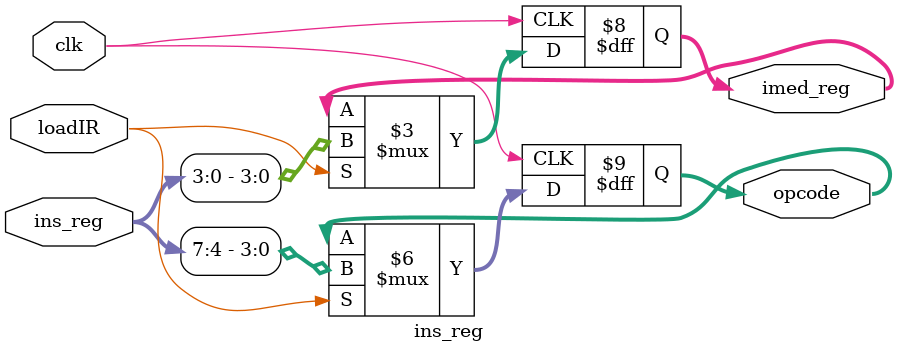
<source format=v>

module ins_reg(imed_reg, opcode, clk, loadIR, ins_reg);
output reg [3:0] imed_reg, opcode; //Imediate or register value and Opcode
input clk, loadIR; //Clock value and load instruction register
input [7:0] ins_reg; //Instruction register

always @ (posedge clk)
begin
	if (loadIR) //Load instruction register
	begin
		opcode = ins_reg[7:4]; //Set opcode value; LZ - I changed this from ins_reg[3:0] to [7:4] to match Samuel's controller
		imed_reg = ins_reg[3:0]; //Set imediate value; LZ - I changed this from ins_reg[7:4] to [3:0] to match Samuel's controller
	end
	else
	begin
		//DO NOTHING
	end
end


endmodule
</source>
